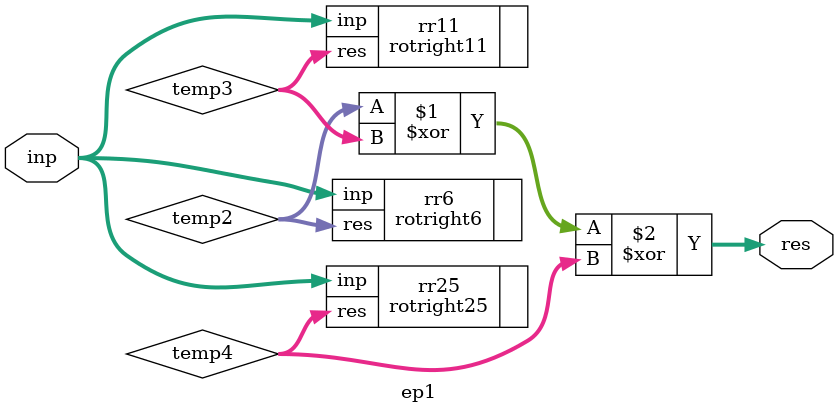
<source format=sv>
module ep1
  ( 
    input  logic [31:0] inp,
    output logic [31:0] res);
   
  logic [31:0] temp2;
  logic [31:0] temp3;
  logic [31:0] temp4;
 
  rotright6 rr6(.inp, .res(temp2));
  rotright11 rr11(.inp, .res(temp3));
  rotright25 rr25(.inp, .res(temp4));
  assign res = temp2 ^ temp3 ^ temp4;
 
endmodule

</source>
